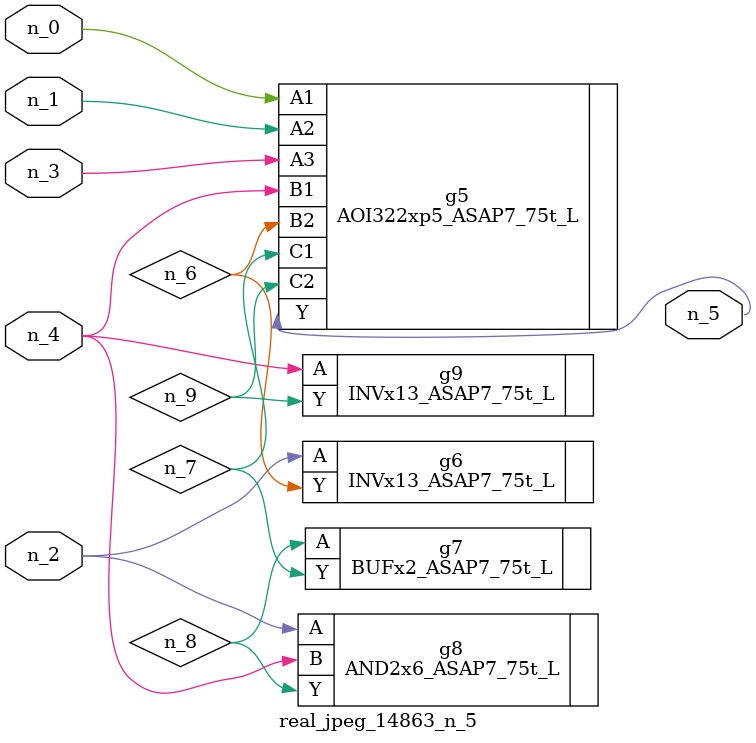
<source format=v>
module real_jpeg_14863_n_5 (n_4, n_0, n_1, n_2, n_3, n_5);

input n_4;
input n_0;
input n_1;
input n_2;
input n_3;

output n_5;

wire n_8;
wire n_6;
wire n_7;
wire n_9;

AOI322xp5_ASAP7_75t_L g5 ( 
.A1(n_0),
.A2(n_1),
.A3(n_3),
.B1(n_4),
.B2(n_6),
.C1(n_7),
.C2(n_9),
.Y(n_5)
);

INVx13_ASAP7_75t_L g6 ( 
.A(n_2),
.Y(n_6)
);

AND2x6_ASAP7_75t_L g8 ( 
.A(n_2),
.B(n_4),
.Y(n_8)
);

INVx13_ASAP7_75t_L g9 ( 
.A(n_4),
.Y(n_9)
);

BUFx2_ASAP7_75t_L g7 ( 
.A(n_8),
.Y(n_7)
);


endmodule
</source>
